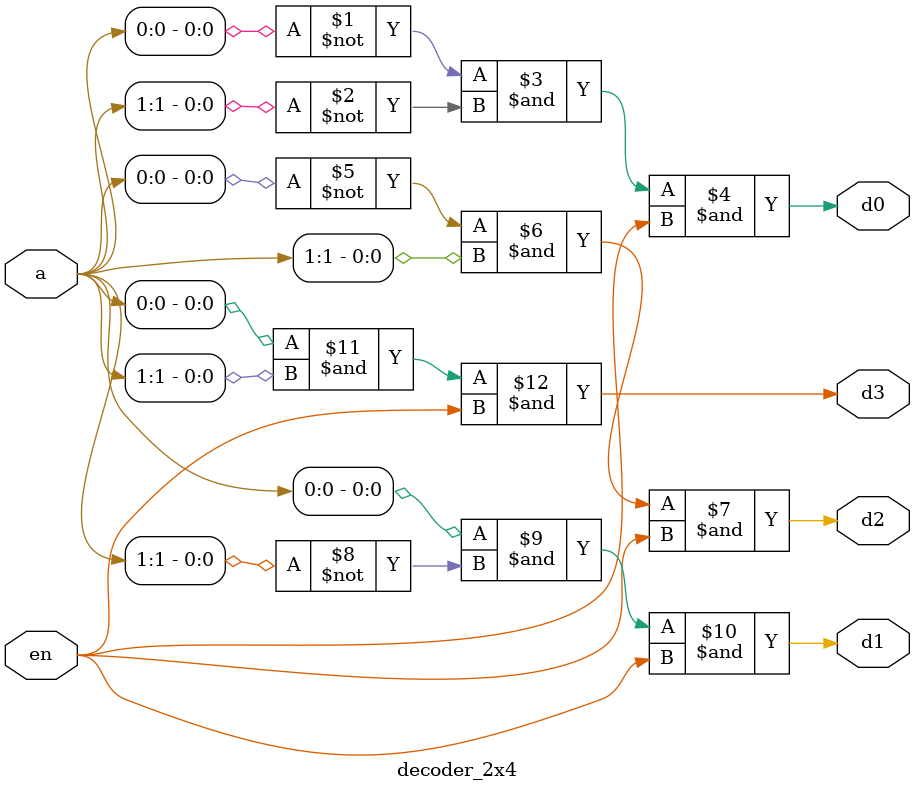
<source format=v>
`timescale 1ns / 1ps


module decoder_2x4(d0,d1,d2,d3,a,en);
input en;
input [1:0]a;
output d0,d1,d2,d3;
assign d0= ~a[0] & ~a[1] & en;
assign d2= ~a[0] & a[1] & en;
assign d1= a[0] & ~a[1] & en;
assign d3= a[0] & a[1] & en;
endmodule

</source>
